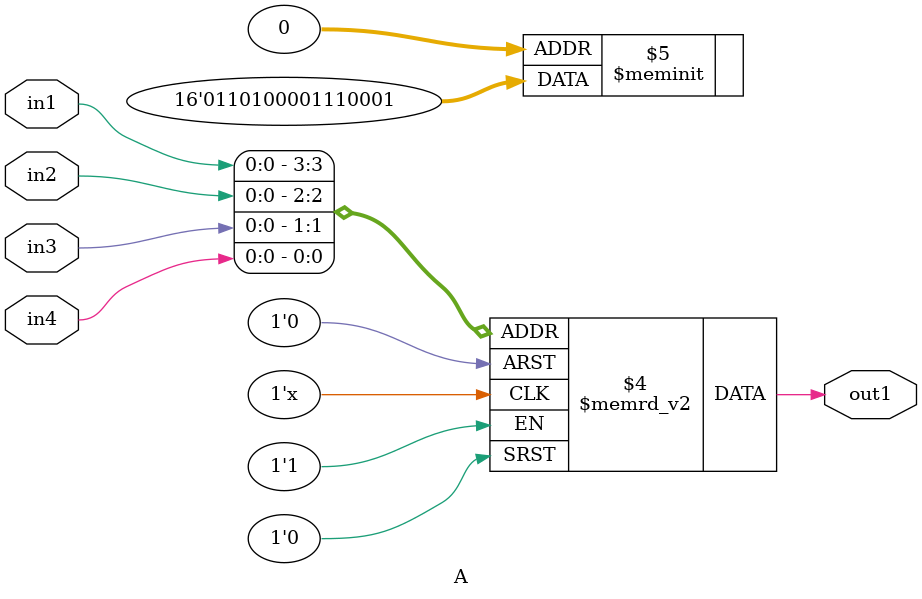
<source format=v>
module A(output out1,  input in1, in2, in3, in4);
  reg r_out;
  assign out = r_out;
  always@(in1,in2,in3,in4)
    begin
      case({in1,in2,in3,in4})
        4'b0000: {out1} = 1'b1;
        4'b0001: {out1} = 1'b0;
        4'b0010: {out1} = 1'b0;
        4'b0011: {out1} = 1'b0;
        4'b0100: {out1} = 1'b1;
        4'b0101: {out1} = 1'b1;
        4'b0110: {out1} = 1'b1;
        4'b0111: {out1} = 1'b0;
        4'b1000: {out1} = 1'b0;
        4'b1001: {out1} = 1'b0;
        4'b1010: {out1} = 1'b0;
        4'b1011: {out1} = 1'b1;
        4'b1100: {out1} = 1'b0;
        4'b1101: {out1} = 1'b1;
        4'b1110: {out1} = 1'b1;
        4'b1111: {out1} = 1'b0;
      endcase
    end
endmodule

</source>
